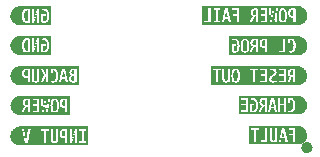
<source format=gbr>
%TF.GenerationSoftware,KiCad,Pcbnew,6.0.10-86aedd382b~118~ubuntu20.04.1*%
%TF.CreationDate,2022-12-20T17:41:17+01:00*%
%TF.ProjectId,DC_UPS,44435f55-5053-42e6-9b69-6361645f7063,rev?*%
%TF.SameCoordinates,Original*%
%TF.FileFunction,Legend,Bot*%
%TF.FilePolarity,Positive*%
%FSLAX46Y46*%
G04 Gerber Fmt 4.6, Leading zero omitted, Abs format (unit mm)*
G04 Created by KiCad (PCBNEW 6.0.10-86aedd382b~118~ubuntu20.04.1) date 2022-12-20 17:41:17*
%MOMM*%
%LPD*%
G01*
G04 APERTURE LIST*
%ADD10C,0.477244*%
G04 APERTURE END LIST*
%TO.C,kibuzzard-63A1A734*%
G36*
X54750488Y-47659700D02*
G01*
X54533000Y-47659700D01*
X54640950Y-47115187D01*
X54642538Y-47115187D01*
X54750488Y-47659700D01*
G37*
G36*
X51777100Y-46726250D02*
G01*
X56749150Y-46726250D01*
X56826951Y-46730072D01*
X56904003Y-46741502D01*
X56979563Y-46760429D01*
X57052905Y-46786671D01*
X57123321Y-46819975D01*
X57190134Y-46860021D01*
X57252700Y-46906423D01*
X57310416Y-46958734D01*
X57362727Y-47016450D01*
X57409129Y-47079016D01*
X57449175Y-47145829D01*
X57482479Y-47216245D01*
X57508721Y-47289587D01*
X57527648Y-47365147D01*
X57539078Y-47442199D01*
X57542900Y-47520000D01*
X57539078Y-47597801D01*
X57527648Y-47674853D01*
X57508721Y-47750413D01*
X57482479Y-47823755D01*
X57449175Y-47894171D01*
X57409129Y-47960984D01*
X57362727Y-48023550D01*
X57310416Y-48081266D01*
X57252700Y-48133577D01*
X57190134Y-48179979D01*
X57123321Y-48220025D01*
X57052905Y-48253329D01*
X56979563Y-48279571D01*
X56904003Y-48298498D01*
X56826951Y-48309928D01*
X56749150Y-48313750D01*
X51777100Y-48313750D01*
X51777100Y-48099437D01*
X51975538Y-48099437D01*
X52531163Y-48099437D01*
X52531163Y-48059750D01*
X52724838Y-48059750D01*
X52809857Y-48090618D01*
X52899815Y-48109139D01*
X52994713Y-48115312D01*
X53087730Y-48105887D01*
X53106118Y-48099437D01*
X53483663Y-48099437D01*
X53666225Y-48099437D01*
X53758300Y-47766063D01*
X53784295Y-47694030D01*
X53814656Y-47649381D01*
X53910700Y-47618425D01*
X53972613Y-47618425D01*
X53972613Y-48099437D01*
X54150413Y-48099437D01*
X54261538Y-48099437D01*
X54445688Y-48099437D01*
X54506013Y-47794638D01*
X54777475Y-47794638D01*
X54837800Y-48099437D01*
X55015600Y-48099437D01*
X55114025Y-48099437D01*
X55293413Y-48099437D01*
X55293413Y-47543812D01*
X55575988Y-47543812D01*
X55575988Y-48099437D01*
X55749025Y-48099437D01*
X55749025Y-47318387D01*
X55939525Y-47318387D01*
X56109388Y-47318387D01*
X56109388Y-47070737D01*
X56145900Y-47064387D01*
X56216235Y-47076602D01*
X56273782Y-47113247D01*
X56318541Y-47174322D01*
X56350511Y-47259826D01*
X56369693Y-47369761D01*
X56376088Y-47504125D01*
X56369032Y-47649161D01*
X56347865Y-47767826D01*
X56312588Y-47860122D01*
X56263199Y-47926047D01*
X56199699Y-47965602D01*
X56122088Y-47978787D01*
X56037950Y-47966484D01*
X55947463Y-47929575D01*
X55947463Y-48075625D01*
X56043109Y-48105391D01*
X56149075Y-48115312D01*
X56243209Y-48105763D01*
X56324791Y-48077113D01*
X56393823Y-48029364D01*
X56450303Y-47962516D01*
X56494232Y-47876567D01*
X56525610Y-47771520D01*
X56544437Y-47647372D01*
X56550713Y-47504125D01*
X56544511Y-47368319D01*
X56525908Y-47250621D01*
X56494902Y-47151030D01*
X56451494Y-47069547D01*
X56395683Y-47006171D01*
X56327470Y-46960902D01*
X56246855Y-46933741D01*
X56153838Y-46924687D01*
X56040728Y-46933419D01*
X55939525Y-46959613D01*
X55939525Y-47318387D01*
X55749025Y-47318387D01*
X55749025Y-46940563D01*
X55575988Y-46940563D01*
X55575988Y-47408875D01*
X55293413Y-47408875D01*
X55293413Y-46940563D01*
X55114025Y-46940563D01*
X55114025Y-48099437D01*
X55015600Y-48099437D01*
X54742550Y-46940563D01*
X54536175Y-46940563D01*
X54261538Y-48099437D01*
X54150413Y-48099437D01*
X54150413Y-46956437D01*
X54061865Y-46938799D01*
X53971907Y-46928215D01*
X53880538Y-46924687D01*
X53765797Y-46933948D01*
X53673457Y-46961729D01*
X53603519Y-47008031D01*
X53554571Y-47074265D01*
X53525202Y-47161842D01*
X53515413Y-47270762D01*
X53526525Y-47374545D01*
X53559863Y-47458881D01*
X53615425Y-47523770D01*
X53693213Y-47569212D01*
X53693213Y-47572387D01*
X53632888Y-47650969D01*
X53582088Y-47775587D01*
X53483663Y-48099437D01*
X53106118Y-48099437D01*
X53168345Y-48077609D01*
X53236558Y-48030480D01*
X53292369Y-47964500D01*
X53335777Y-47879668D01*
X53366783Y-47775984D01*
X53385386Y-47653449D01*
X53391588Y-47512062D01*
X53384890Y-47369882D01*
X53364798Y-47248141D01*
X53331312Y-47146838D01*
X53284431Y-47065975D01*
X53201088Y-46987482D01*
X53093931Y-46940386D01*
X52962963Y-46924687D01*
X52861759Y-46933419D01*
X52764525Y-46959613D01*
X52764525Y-47102487D01*
X52865728Y-47073913D01*
X52962963Y-47064387D01*
X53076072Y-47089589D01*
X53155050Y-47165194D01*
X53189446Y-47248538D01*
X53210083Y-47364160D01*
X53216963Y-47512062D01*
X53210436Y-47663404D01*
X53190857Y-47782996D01*
X53158225Y-47870838D01*
X53086788Y-47951800D01*
X52989950Y-47978787D01*
X52894700Y-47959737D01*
X52894700Y-47543812D01*
X53094725Y-47543812D01*
X53094725Y-47408875D01*
X52724838Y-47408875D01*
X52724838Y-48059750D01*
X52531163Y-48059750D01*
X52531163Y-46940563D01*
X51975538Y-46940563D01*
X51975538Y-47078675D01*
X52353363Y-47078675D01*
X52353363Y-47408875D01*
X51991413Y-47408875D01*
X51991413Y-47543812D01*
X52353363Y-47543812D01*
X52353363Y-47961325D01*
X51975538Y-47961325D01*
X51975538Y-48099437D01*
X51777100Y-48099437D01*
X51777100Y-46726250D01*
G37*
G36*
X53972613Y-47075500D02*
G01*
X53972613Y-47480313D01*
X53910700Y-47480313D01*
X53807513Y-47468406D01*
X53739250Y-47432687D01*
X53701150Y-47368394D01*
X53688450Y-47270762D01*
X53700356Y-47177298D01*
X53736075Y-47112806D01*
X53796003Y-47075302D01*
X53880538Y-47062800D01*
X53972613Y-47075500D01*
G37*
%TO.C,kibuzzard-63A1A50F*%
G36*
X33153730Y-48339928D02*
G01*
X33076678Y-48328498D01*
X33001118Y-48309571D01*
X32927776Y-48283329D01*
X32857360Y-48250025D01*
X32790547Y-48209979D01*
X32727982Y-48163577D01*
X32690314Y-48129437D01*
X33429969Y-48129437D01*
X33612531Y-48129437D01*
X33704606Y-47796063D01*
X33730602Y-47724030D01*
X33760962Y-47679381D01*
X33857006Y-47648425D01*
X33918919Y-47648425D01*
X33918919Y-48129437D01*
X34096719Y-48129437D01*
X34303094Y-48129437D01*
X34858719Y-48129437D01*
X34858719Y-46970563D01*
X34996831Y-46970563D01*
X35100019Y-48129437D01*
X35306394Y-48129437D01*
X35385769Y-47351562D01*
X35390531Y-47351562D01*
X35484194Y-48129437D01*
X35655644Y-48129437D01*
X35707238Y-47550000D01*
X35822331Y-47550000D01*
X35826653Y-47688994D01*
X35839617Y-47807528D01*
X35861225Y-47905600D01*
X35909048Y-48017916D01*
X35974731Y-48091337D01*
X36061250Y-48131819D01*
X36171581Y-48145312D01*
X36281912Y-48131819D01*
X36368431Y-48091337D01*
X36434114Y-48017916D01*
X36481937Y-47905600D01*
X36503545Y-47807528D01*
X36516510Y-47688994D01*
X36520831Y-47550000D01*
X36516510Y-47411006D01*
X36508966Y-47342037D01*
X36628781Y-47342037D01*
X36638747Y-47468156D01*
X36668645Y-47569226D01*
X36718475Y-47645250D01*
X36788942Y-47698167D01*
X36880753Y-47729917D01*
X36993906Y-47740500D01*
X37085981Y-47732563D01*
X37085981Y-48129437D01*
X37263781Y-48129437D01*
X37263781Y-46986437D01*
X37175234Y-46968799D01*
X37085276Y-46958215D01*
X36993906Y-46954687D01*
X36878371Y-46964830D01*
X36785767Y-46995257D01*
X36716094Y-47045969D01*
X36667587Y-47119435D01*
X36638483Y-47218124D01*
X36628781Y-47342037D01*
X36508966Y-47342037D01*
X36503545Y-47292472D01*
X36481937Y-47194400D01*
X36434114Y-47082084D01*
X36368431Y-47008663D01*
X36281912Y-46968181D01*
X36171581Y-46954687D01*
X36061250Y-46968181D01*
X35974731Y-47008663D01*
X35909048Y-47082084D01*
X35861225Y-47194400D01*
X35839617Y-47292472D01*
X35826653Y-47411006D01*
X35822331Y-47550000D01*
X35707238Y-47550000D01*
X35758831Y-46970563D01*
X35588969Y-46970563D01*
X35533406Y-47851625D01*
X35530231Y-47851625D01*
X35442919Y-47161062D01*
X35301631Y-47161062D01*
X35217494Y-47962750D01*
X35214319Y-47962750D01*
X35155581Y-46970563D01*
X34996831Y-46970563D01*
X34858719Y-46970563D01*
X34303094Y-46970563D01*
X34303094Y-47108675D01*
X34680919Y-47108675D01*
X34680919Y-47438875D01*
X34318969Y-47438875D01*
X34318969Y-47573812D01*
X34680919Y-47573812D01*
X34680919Y-47991325D01*
X34303094Y-47991325D01*
X34303094Y-48129437D01*
X34096719Y-48129437D01*
X34096719Y-46986437D01*
X34008171Y-46968799D01*
X33918213Y-46958215D01*
X33826844Y-46954687D01*
X33712103Y-46963948D01*
X33619763Y-46991729D01*
X33549825Y-47038031D01*
X33500877Y-47104265D01*
X33471508Y-47191842D01*
X33461719Y-47300762D01*
X33472831Y-47404545D01*
X33506169Y-47488881D01*
X33561731Y-47553770D01*
X33639519Y-47599212D01*
X33639519Y-47602387D01*
X33579194Y-47680969D01*
X33528394Y-47805587D01*
X33429969Y-48129437D01*
X32690314Y-48129437D01*
X32670265Y-48111266D01*
X32617954Y-48053550D01*
X32571552Y-47990984D01*
X32531506Y-47924171D01*
X32498202Y-47853755D01*
X32471960Y-47780413D01*
X32453033Y-47704853D01*
X32441603Y-47627801D01*
X32437781Y-47550000D01*
X32441603Y-47472199D01*
X32453033Y-47395147D01*
X32471960Y-47319587D01*
X32498202Y-47246245D01*
X32531506Y-47175829D01*
X32571552Y-47109016D01*
X32617954Y-47046450D01*
X32670265Y-46988734D01*
X32727982Y-46936423D01*
X32790547Y-46890021D01*
X32857360Y-46849975D01*
X32927776Y-46816671D01*
X33001118Y-46790429D01*
X33076678Y-46771502D01*
X33153730Y-46760072D01*
X33231531Y-46756250D01*
X37462219Y-46756250D01*
X37462219Y-48343750D01*
X33231531Y-48343750D01*
X33153730Y-48339928D01*
G37*
G36*
X33918919Y-47105500D02*
G01*
X33918919Y-47510313D01*
X33857006Y-47510313D01*
X33753819Y-47498406D01*
X33685556Y-47462687D01*
X33647456Y-47398394D01*
X33634756Y-47300762D01*
X33646662Y-47207298D01*
X33682381Y-47142806D01*
X33742309Y-47105302D01*
X33826844Y-47092800D01*
X33918919Y-47105500D01*
G37*
G36*
X37085981Y-47105500D02*
G01*
X37085981Y-47592862D01*
X36993906Y-47603975D01*
X36908380Y-47589092D01*
X36848650Y-47544444D01*
X36813527Y-47464077D01*
X36801819Y-47342037D01*
X36813527Y-47228531D01*
X36848650Y-47151537D01*
X36908380Y-47107484D01*
X36993906Y-47092800D01*
X37085981Y-47105500D01*
G37*
G36*
X36253734Y-47117208D02*
G01*
X36309694Y-47190431D01*
X36333506Y-47273775D01*
X36347794Y-47393631D01*
X36352556Y-47550000D01*
X36347794Y-47706369D01*
X36333506Y-47826225D01*
X36309694Y-47909569D01*
X36253734Y-47982792D01*
X36171581Y-48007200D01*
X36089428Y-47982792D01*
X36033469Y-47909569D01*
X36009656Y-47826225D01*
X35995369Y-47706369D01*
X35990606Y-47550000D01*
X35995369Y-47393631D01*
X36009656Y-47273775D01*
X36033469Y-47190431D01*
X36089428Y-47117208D01*
X36171581Y-47092800D01*
X36253734Y-47117208D01*
G37*
%TO.C,kibuzzard-63A1A568*%
G36*
X33915206Y-39507087D02*
G01*
X33915206Y-40394500D01*
X33843769Y-40408787D01*
X33732842Y-40383388D01*
X33657238Y-40307188D01*
X33625047Y-40220581D01*
X33605732Y-40096226D01*
X33599294Y-39934125D01*
X33605820Y-39787369D01*
X33625399Y-39673069D01*
X33658031Y-39591225D01*
X33733834Y-39517406D01*
X33843769Y-39492800D01*
X33915206Y-39507087D01*
G37*
G36*
X33150018Y-40739928D02*
G01*
X33072966Y-40728498D01*
X32997405Y-40709571D01*
X32924064Y-40683329D01*
X32853648Y-40650025D01*
X32786835Y-40609979D01*
X32724269Y-40563577D01*
X32666553Y-40511266D01*
X32614242Y-40453550D01*
X32567840Y-40390984D01*
X32527794Y-40324171D01*
X32494489Y-40253755D01*
X32468247Y-40180413D01*
X32449320Y-40104853D01*
X32437891Y-40027801D01*
X32434069Y-39950000D01*
X32434849Y-39934125D01*
X33426256Y-39934125D01*
X33431460Y-40077882D01*
X33447070Y-40200119D01*
X33473087Y-40300838D01*
X33530436Y-40415733D01*
X33608819Y-40490544D01*
X33712006Y-40531620D01*
X33843769Y-40545312D01*
X33973547Y-40537375D01*
X34013370Y-40529437D01*
X34270806Y-40529437D01*
X34448606Y-40529437D01*
X34696256Y-39688062D01*
X34699431Y-39688062D01*
X34699431Y-40529437D01*
X34874056Y-40529437D01*
X34874056Y-40489750D01*
X35040744Y-40489750D01*
X35125763Y-40520618D01*
X35215722Y-40539139D01*
X35310619Y-40545312D01*
X35403636Y-40535887D01*
X35484252Y-40507609D01*
X35552464Y-40460480D01*
X35608275Y-40394500D01*
X35651683Y-40309668D01*
X35682689Y-40205984D01*
X35701293Y-40083449D01*
X35707494Y-39942062D01*
X35700796Y-39799882D01*
X35680705Y-39678141D01*
X35647218Y-39576838D01*
X35600338Y-39495975D01*
X35516994Y-39417482D01*
X35409838Y-39370386D01*
X35278869Y-39354687D01*
X35177666Y-39363419D01*
X35080431Y-39389613D01*
X35080431Y-39532487D01*
X35181634Y-39503913D01*
X35278869Y-39494387D01*
X35391978Y-39519589D01*
X35470956Y-39595194D01*
X35505352Y-39678538D01*
X35525990Y-39794160D01*
X35532869Y-39942062D01*
X35526342Y-40093404D01*
X35506763Y-40212996D01*
X35474131Y-40300838D01*
X35402694Y-40381800D01*
X35305856Y-40408787D01*
X35210606Y-40389737D01*
X35210606Y-39973812D01*
X35410631Y-39973812D01*
X35410631Y-39838875D01*
X35040744Y-39838875D01*
X35040744Y-40489750D01*
X34874056Y-40489750D01*
X34874056Y-39370563D01*
X34689906Y-39370563D01*
X34442256Y-40211937D01*
X34437494Y-40211937D01*
X34437494Y-39370563D01*
X34270806Y-39370563D01*
X34270806Y-40529437D01*
X34013370Y-40529437D01*
X34093006Y-40513563D01*
X34093006Y-39386437D01*
X33968784Y-39362625D01*
X33843769Y-39354687D01*
X33709449Y-39369063D01*
X33602822Y-39412190D01*
X33523887Y-39484069D01*
X33481174Y-39560715D01*
X33450664Y-39661273D01*
X33432358Y-39785743D01*
X33426256Y-39934125D01*
X32434849Y-39934125D01*
X32437891Y-39872199D01*
X32449320Y-39795147D01*
X32468247Y-39719587D01*
X32494489Y-39646245D01*
X32527794Y-39575829D01*
X32567840Y-39509016D01*
X32614242Y-39446450D01*
X32666553Y-39388734D01*
X32724269Y-39336423D01*
X32786835Y-39290021D01*
X32853648Y-39249975D01*
X32924064Y-39216671D01*
X32997405Y-39190429D01*
X33072966Y-39171502D01*
X33150018Y-39160072D01*
X33227819Y-39156250D01*
X35905931Y-39156250D01*
X35905931Y-40743750D01*
X33227819Y-40743750D01*
X33150018Y-40739928D01*
G37*
%TO.C,kibuzzard-63A1A543*%
G36*
X33148761Y-45809928D02*
G01*
X33071710Y-45798498D01*
X32996149Y-45779571D01*
X32922808Y-45753329D01*
X32852391Y-45720025D01*
X32785579Y-45679979D01*
X32723013Y-45633577D01*
X32665296Y-45581266D01*
X32612985Y-45523550D01*
X32566583Y-45460984D01*
X32526537Y-45394171D01*
X32493233Y-45323755D01*
X32466991Y-45250413D01*
X32448064Y-45174853D01*
X32436635Y-45097801D01*
X32432812Y-45020000D01*
X32436635Y-44942199D01*
X32448064Y-44865147D01*
X32461368Y-44812037D01*
X33425000Y-44812037D01*
X33434966Y-44938156D01*
X33464864Y-45039226D01*
X33514694Y-45115250D01*
X33585161Y-45168167D01*
X33676972Y-45199917D01*
X33790125Y-45210500D01*
X33882200Y-45202563D01*
X33882200Y-45599437D01*
X34060000Y-45599437D01*
X34060000Y-45297812D01*
X34237800Y-45297812D01*
X34246002Y-45401176D01*
X34270608Y-45482668D01*
X34311619Y-45542287D01*
X34371503Y-45582857D01*
X34452730Y-45607199D01*
X34555300Y-45615312D01*
X34657870Y-45607199D01*
X34683771Y-45599437D01*
X34996625Y-45599437D01*
X35188712Y-45599437D01*
X35466525Y-45043812D01*
X35469700Y-45043812D01*
X35469700Y-45599437D01*
X35647500Y-45599437D01*
X35647500Y-44818387D01*
X35857050Y-44818387D01*
X36026912Y-44818387D01*
X36026912Y-44570737D01*
X36063425Y-44564387D01*
X36133760Y-44576602D01*
X36191307Y-44613247D01*
X36236066Y-44674322D01*
X36268036Y-44759826D01*
X36287218Y-44869761D01*
X36293612Y-45004125D01*
X36286557Y-45149161D01*
X36265390Y-45267826D01*
X36230112Y-45360122D01*
X36180724Y-45426047D01*
X36117224Y-45465602D01*
X36039612Y-45478787D01*
X35955475Y-45466484D01*
X35864987Y-45429575D01*
X35864987Y-45575625D01*
X35960634Y-45605391D01*
X36066600Y-45615312D01*
X36160734Y-45605763D01*
X36178748Y-45599437D01*
X36560312Y-45599437D01*
X36744462Y-45599437D01*
X36804787Y-45294638D01*
X37076250Y-45294638D01*
X37136575Y-45599437D01*
X37314375Y-45599437D01*
X37235827Y-45266063D01*
X37393750Y-45266063D01*
X37403981Y-45372778D01*
X37434672Y-45460090D01*
X37485825Y-45528000D01*
X37557439Y-45576507D01*
X37649514Y-45605611D01*
X37762050Y-45615312D01*
X37852361Y-45611785D01*
X37941261Y-45601201D01*
X38028750Y-45583563D01*
X38028750Y-44456437D01*
X37902544Y-44432625D01*
X37771575Y-44424687D01*
X37646988Y-44436244D01*
X37550087Y-44470915D01*
X37480872Y-44528700D01*
X37439343Y-44609599D01*
X37425500Y-44713612D01*
X37438002Y-44803306D01*
X37475506Y-44878712D01*
X37533648Y-44935069D01*
X37608063Y-44967613D01*
X37608063Y-44969200D01*
X37523727Y-45002934D01*
X37454869Y-45069212D01*
X37409030Y-45159700D01*
X37393750Y-45266063D01*
X37235827Y-45266063D01*
X37041325Y-44440563D01*
X36834950Y-44440563D01*
X36560312Y-45599437D01*
X36178748Y-45599437D01*
X36242316Y-45577113D01*
X36311348Y-45529364D01*
X36367828Y-45462516D01*
X36411757Y-45376567D01*
X36443135Y-45271520D01*
X36461962Y-45147372D01*
X36468238Y-45004125D01*
X36462036Y-44868319D01*
X36443433Y-44750621D01*
X36412427Y-44651030D01*
X36369019Y-44569547D01*
X36313208Y-44506171D01*
X36244995Y-44460902D01*
X36164380Y-44433741D01*
X36071362Y-44424687D01*
X35958253Y-44433419D01*
X35857050Y-44459613D01*
X35857050Y-44818387D01*
X35647500Y-44818387D01*
X35647500Y-44440563D01*
X35469700Y-44440563D01*
X35469700Y-44948562D01*
X35466525Y-44948562D01*
X35195062Y-44440563D01*
X35004562Y-44440563D01*
X35307775Y-44993012D01*
X34996625Y-45599437D01*
X34683771Y-45599437D01*
X34739097Y-45582857D01*
X34798981Y-45542287D01*
X34839992Y-45482668D01*
X34864598Y-45401176D01*
X34872800Y-45297812D01*
X34872800Y-44440563D01*
X34693412Y-44440563D01*
X34693412Y-45266063D01*
X34685475Y-45368853D01*
X34661662Y-45432750D01*
X34618403Y-45466088D01*
X34552125Y-45477200D01*
X34442587Y-45433544D01*
X34418775Y-45369845D01*
X34410837Y-45266063D01*
X34410837Y-44440563D01*
X34237800Y-44440563D01*
X34237800Y-45297812D01*
X34060000Y-45297812D01*
X34060000Y-44456437D01*
X33971453Y-44438799D01*
X33881494Y-44428215D01*
X33790125Y-44424687D01*
X33674590Y-44434830D01*
X33581986Y-44465257D01*
X33512312Y-44515969D01*
X33463806Y-44589435D01*
X33434701Y-44688124D01*
X33425000Y-44812037D01*
X32461368Y-44812037D01*
X32466991Y-44789587D01*
X32493233Y-44716245D01*
X32526537Y-44645829D01*
X32566583Y-44579016D01*
X32612985Y-44516450D01*
X32665296Y-44458734D01*
X32723013Y-44406423D01*
X32785579Y-44360021D01*
X32852391Y-44319975D01*
X32922808Y-44286671D01*
X32996149Y-44260429D01*
X33071710Y-44241502D01*
X33148761Y-44230072D01*
X33226563Y-44226250D01*
X38227188Y-44226250D01*
X38227188Y-45813750D01*
X33226563Y-45813750D01*
X33148761Y-45809928D01*
G37*
G36*
X33882200Y-44575500D02*
G01*
X33882200Y-45062862D01*
X33790125Y-45073975D01*
X33704598Y-45059092D01*
X33644869Y-45014444D01*
X33609745Y-44934077D01*
X33598038Y-44812037D01*
X33609745Y-44698531D01*
X33644869Y-44621537D01*
X33704598Y-44577484D01*
X33790125Y-44562800D01*
X33882200Y-44575500D01*
G37*
G36*
X37850950Y-44573913D02*
G01*
X37850950Y-44908875D01*
X37804913Y-44908875D01*
X37711250Y-44897961D01*
X37646163Y-44865219D01*
X37608063Y-44808267D01*
X37595362Y-44724725D01*
X37614942Y-44633885D01*
X37673679Y-44579381D01*
X37771575Y-44561212D01*
X37850950Y-44573913D01*
G37*
G36*
X37850950Y-45466088D02*
G01*
X37762050Y-45478787D01*
X37676127Y-45465889D01*
X37615206Y-45427194D01*
X37578892Y-45360320D01*
X37566787Y-45262887D01*
X37579884Y-45164066D01*
X37619175Y-45096200D01*
X37686644Y-45056909D01*
X37784275Y-45043812D01*
X37850950Y-45043812D01*
X37850950Y-45466088D01*
G37*
G36*
X37049263Y-45159700D02*
G01*
X36831775Y-45159700D01*
X36939725Y-44615187D01*
X36941312Y-44615187D01*
X37049263Y-45159700D01*
G37*
%TO.C,kibuzzard-63A1A4C9*%
G36*
X37076519Y-49675500D02*
G01*
X37076519Y-50162862D01*
X36984444Y-50173975D01*
X36898917Y-50159092D01*
X36839188Y-50114444D01*
X36804064Y-50034077D01*
X36792356Y-49912037D01*
X36804064Y-49798531D01*
X36839188Y-49721537D01*
X36898917Y-49677484D01*
X36984444Y-49662800D01*
X37076519Y-49675500D01*
G37*
G36*
X33144268Y-50909928D02*
G01*
X33067216Y-50898498D01*
X32991655Y-50879571D01*
X32918314Y-50853329D01*
X32847898Y-50820025D01*
X32781085Y-50779979D01*
X32718519Y-50733577D01*
X32660803Y-50681266D01*
X32608492Y-50623550D01*
X32562090Y-50560984D01*
X32522044Y-50494171D01*
X32488739Y-50423755D01*
X32462497Y-50350413D01*
X32443570Y-50274853D01*
X32432141Y-50197801D01*
X32428319Y-50120000D01*
X32432141Y-50042199D01*
X32443570Y-49965147D01*
X32462497Y-49889587D01*
X32488739Y-49816245D01*
X32522044Y-49745829D01*
X32562090Y-49679016D01*
X32608492Y-49616450D01*
X32660803Y-49558734D01*
X32680852Y-49540563D01*
X33420506Y-49540563D01*
X33679269Y-50699437D01*
X33885644Y-50699437D01*
X34112169Y-49678675D01*
X35042931Y-49678675D01*
X35279469Y-49678675D01*
X35279469Y-50699437D01*
X35457269Y-50699437D01*
X35457269Y-50397812D01*
X35844619Y-50397812D01*
X35852821Y-50501176D01*
X35877427Y-50582668D01*
X35918438Y-50642287D01*
X35978322Y-50682857D01*
X36059549Y-50707199D01*
X36162119Y-50715312D01*
X36264689Y-50707199D01*
X36345916Y-50682857D01*
X36405800Y-50642287D01*
X36446810Y-50582668D01*
X36471417Y-50501176D01*
X36479619Y-50397812D01*
X36479619Y-49912037D01*
X36619319Y-49912037D01*
X36629285Y-50038156D01*
X36659183Y-50139226D01*
X36709012Y-50215250D01*
X36779480Y-50268167D01*
X36871290Y-50299917D01*
X36984444Y-50310500D01*
X37076519Y-50302563D01*
X37076519Y-50699437D01*
X37254319Y-50699437D01*
X37447994Y-50699437D01*
X37625794Y-50699437D01*
X37873444Y-49858062D01*
X37876619Y-49858062D01*
X37876619Y-50699437D01*
X38051244Y-50699437D01*
X38273494Y-50699437D01*
X38813244Y-50699437D01*
X38813244Y-50561325D01*
X38635444Y-50561325D01*
X38635444Y-49678675D01*
X38813244Y-49678675D01*
X38813244Y-49540563D01*
X38273494Y-49540563D01*
X38273494Y-49678675D01*
X38451294Y-49678675D01*
X38451294Y-50561325D01*
X38273494Y-50561325D01*
X38273494Y-50699437D01*
X38051244Y-50699437D01*
X38051244Y-49540563D01*
X37867094Y-49540563D01*
X37619444Y-50381937D01*
X37614681Y-50381937D01*
X37614681Y-49540563D01*
X37447994Y-49540563D01*
X37447994Y-50699437D01*
X37254319Y-50699437D01*
X37254319Y-49556437D01*
X37165772Y-49538799D01*
X37075813Y-49528215D01*
X36984444Y-49524687D01*
X36868909Y-49534830D01*
X36776305Y-49565257D01*
X36706631Y-49615969D01*
X36658124Y-49689435D01*
X36629020Y-49788124D01*
X36619319Y-49912037D01*
X36479619Y-49912037D01*
X36479619Y-49540563D01*
X36300231Y-49540563D01*
X36300231Y-50366063D01*
X36292294Y-50468853D01*
X36268481Y-50532750D01*
X36225222Y-50566088D01*
X36158944Y-50577200D01*
X36049406Y-50533544D01*
X36025594Y-50469845D01*
X36017656Y-50366063D01*
X36017656Y-49540563D01*
X35844619Y-49540563D01*
X35844619Y-50397812D01*
X35457269Y-50397812D01*
X35457269Y-49678675D01*
X35693806Y-49678675D01*
X35693806Y-49540563D01*
X35042931Y-49540563D01*
X35042931Y-49678675D01*
X34112169Y-49678675D01*
X34142819Y-49540563D01*
X33960256Y-49540563D01*
X33779281Y-50540688D01*
X33777694Y-50540688D01*
X33596719Y-49540563D01*
X33420506Y-49540563D01*
X32680852Y-49540563D01*
X32718519Y-49506423D01*
X32781085Y-49460021D01*
X32847898Y-49419975D01*
X32918314Y-49386671D01*
X32991655Y-49360429D01*
X33067216Y-49341502D01*
X33144268Y-49330072D01*
X33222069Y-49326250D01*
X39011681Y-49326250D01*
X39011681Y-50913750D01*
X33222069Y-50913750D01*
X33144268Y-50909928D01*
G37*
%TO.C,J3*%
D10*
X57773622Y-51120000D02*
G75*
G03*
X57773622Y-51120000I-238622J0D01*
G01*
%TO.C,kibuzzard-63A1A72A*%
G36*
X51577303Y-44587208D02*
G01*
X51633262Y-44660431D01*
X51657075Y-44743775D01*
X51671363Y-44863631D01*
X51676125Y-45020000D01*
X51671363Y-45176369D01*
X51657075Y-45296225D01*
X51633262Y-45379569D01*
X51577303Y-45452792D01*
X51495150Y-45477200D01*
X51412997Y-45452792D01*
X51357038Y-45379569D01*
X51333225Y-45296225D01*
X51318938Y-45176369D01*
X51314175Y-45020000D01*
X51318938Y-44863631D01*
X51333225Y-44743775D01*
X51357038Y-44660431D01*
X51412997Y-44587208D01*
X51495150Y-44562800D01*
X51577303Y-44587208D01*
G37*
G36*
X49383775Y-44226250D02*
G01*
X56762475Y-44226250D01*
X56840276Y-44230072D01*
X56917328Y-44241502D01*
X56992888Y-44260429D01*
X57066230Y-44286671D01*
X57136646Y-44319975D01*
X57203459Y-44360021D01*
X57266025Y-44406423D01*
X57323741Y-44458734D01*
X57376052Y-44516450D01*
X57422454Y-44579016D01*
X57462500Y-44645829D01*
X57495804Y-44716245D01*
X57522046Y-44789587D01*
X57540973Y-44865147D01*
X57552403Y-44942199D01*
X57556225Y-45020000D01*
X57552403Y-45097801D01*
X57540973Y-45174853D01*
X57522046Y-45250413D01*
X57495804Y-45323755D01*
X57462500Y-45394171D01*
X57422454Y-45460984D01*
X57376052Y-45523550D01*
X57323741Y-45581266D01*
X57266025Y-45633577D01*
X57203459Y-45679979D01*
X57136646Y-45720025D01*
X57066230Y-45753329D01*
X56992888Y-45779571D01*
X56917328Y-45798498D01*
X56840276Y-45809928D01*
X56762475Y-45813750D01*
X49383775Y-45813750D01*
X49383775Y-44578675D01*
X49582212Y-44578675D01*
X49818750Y-44578675D01*
X49818750Y-45599437D01*
X49996550Y-45599437D01*
X49996550Y-45297812D01*
X50383900Y-45297812D01*
X50392102Y-45401176D01*
X50416708Y-45482668D01*
X50457719Y-45542287D01*
X50517603Y-45582857D01*
X50598830Y-45607199D01*
X50701400Y-45615312D01*
X50803970Y-45607199D01*
X50885197Y-45582857D01*
X50945081Y-45542287D01*
X50986092Y-45482668D01*
X51010698Y-45401176D01*
X51018900Y-45297812D01*
X51018900Y-45020000D01*
X51145900Y-45020000D01*
X51150222Y-45158994D01*
X51163186Y-45277528D01*
X51184794Y-45375600D01*
X51232617Y-45487916D01*
X51298300Y-45561337D01*
X51384819Y-45601819D01*
X51495150Y-45615312D01*
X51605481Y-45601819D01*
X51692000Y-45561337D01*
X51757683Y-45487916D01*
X51805506Y-45375600D01*
X51827114Y-45277528D01*
X51840078Y-45158994D01*
X51844400Y-45020000D01*
X51840078Y-44881006D01*
X51827114Y-44762472D01*
X51805506Y-44664400D01*
X51769005Y-44578675D01*
X52757213Y-44578675D01*
X52993750Y-44578675D01*
X52993750Y-45599437D01*
X53171550Y-45599437D01*
X53595413Y-45599437D01*
X54151038Y-45599437D01*
X54151038Y-45297812D01*
X54352650Y-45297812D01*
X54366303Y-45412112D01*
X54407260Y-45501013D01*
X54475523Y-45564512D01*
X54571090Y-45602612D01*
X54693963Y-45615312D01*
X54792388Y-45606846D01*
X54818628Y-45599437D01*
X55182913Y-45599437D01*
X55738538Y-45599437D01*
X55897288Y-45599437D01*
X56079850Y-45599437D01*
X56171925Y-45266063D01*
X56197920Y-45194030D01*
X56228281Y-45149381D01*
X56324325Y-45118425D01*
X56386238Y-45118425D01*
X56386238Y-45599437D01*
X56564038Y-45599437D01*
X56564038Y-44456437D01*
X56475490Y-44438799D01*
X56385532Y-44428215D01*
X56294163Y-44424687D01*
X56179422Y-44433948D01*
X56087082Y-44461729D01*
X56017144Y-44508031D01*
X55968196Y-44574265D01*
X55938827Y-44661842D01*
X55929038Y-44770762D01*
X55940150Y-44874545D01*
X55973488Y-44958881D01*
X56029050Y-45023770D01*
X56106838Y-45069212D01*
X56106838Y-45072387D01*
X56046513Y-45150969D01*
X55995713Y-45275587D01*
X55897288Y-45599437D01*
X55738538Y-45599437D01*
X55738538Y-44440563D01*
X55182913Y-44440563D01*
X55182913Y-44578675D01*
X55560738Y-44578675D01*
X55560738Y-44908875D01*
X55198788Y-44908875D01*
X55198788Y-45043812D01*
X55560738Y-45043812D01*
X55560738Y-45461325D01*
X55182913Y-45461325D01*
X55182913Y-45599437D01*
X54818628Y-45599437D01*
X54882346Y-45581446D01*
X54963838Y-45539113D01*
X54963838Y-45374012D01*
X54880053Y-45431339D01*
X54791682Y-45465735D01*
X54698725Y-45477200D01*
X54628081Y-45466286D01*
X54574900Y-45433544D01*
X54541563Y-45379767D01*
X54530450Y-45305750D01*
X54538983Y-45235106D01*
X54564581Y-45178750D01*
X54610023Y-45132316D01*
X54678088Y-45091438D01*
X54775366Y-45040638D01*
X54851301Y-44987721D01*
X54905894Y-44932687D01*
X54955305Y-44839025D01*
X54971775Y-44726312D01*
X54950939Y-44599312D01*
X54888431Y-44504063D01*
X54825019Y-44459965D01*
X54745909Y-44433507D01*
X54651100Y-44424687D01*
X54558672Y-44429979D01*
X54469772Y-44445854D01*
X54384400Y-44472312D01*
X54384400Y-44631062D01*
X54507034Y-44579866D01*
X54630463Y-44562800D01*
X54699916Y-44573119D01*
X54752700Y-44604075D01*
X54786038Y-44653287D01*
X54797150Y-44718375D01*
X54783039Y-44798985D01*
X54740706Y-44863014D01*
X54670150Y-44910462D01*
X54562024Y-44964967D01*
X54478944Y-45020529D01*
X54420913Y-45077150D01*
X54369716Y-45175178D01*
X54352650Y-45297812D01*
X54151038Y-45297812D01*
X54151038Y-44440563D01*
X53595413Y-44440563D01*
X53595413Y-44578675D01*
X53973238Y-44578675D01*
X53973238Y-44908875D01*
X53611288Y-44908875D01*
X53611288Y-45043812D01*
X53973238Y-45043812D01*
X53973238Y-45461325D01*
X53595413Y-45461325D01*
X53595413Y-45599437D01*
X53171550Y-45599437D01*
X53171550Y-44578675D01*
X53408088Y-44578675D01*
X53408088Y-44440563D01*
X52757213Y-44440563D01*
X52757213Y-44578675D01*
X51769005Y-44578675D01*
X51757683Y-44552084D01*
X51692000Y-44478663D01*
X51605481Y-44438181D01*
X51495150Y-44424687D01*
X51384819Y-44438181D01*
X51298300Y-44478663D01*
X51232617Y-44552084D01*
X51184794Y-44664400D01*
X51163186Y-44762472D01*
X51150222Y-44881006D01*
X51145900Y-45020000D01*
X51018900Y-45020000D01*
X51018900Y-44440563D01*
X50839512Y-44440563D01*
X50839512Y-45266063D01*
X50831575Y-45368853D01*
X50807763Y-45432750D01*
X50764503Y-45466088D01*
X50698225Y-45477200D01*
X50588688Y-45433544D01*
X50564875Y-45369845D01*
X50556938Y-45266063D01*
X50556938Y-44440563D01*
X50383900Y-44440563D01*
X50383900Y-45297812D01*
X49996550Y-45297812D01*
X49996550Y-44578675D01*
X50233088Y-44578675D01*
X50233088Y-44440563D01*
X49582212Y-44440563D01*
X49582212Y-44578675D01*
X49383775Y-44578675D01*
X49383775Y-44226250D01*
G37*
G36*
X56386238Y-44575500D02*
G01*
X56386238Y-44980313D01*
X56324325Y-44980313D01*
X56221138Y-44968406D01*
X56152875Y-44932687D01*
X56114775Y-44868394D01*
X56102075Y-44770762D01*
X56113981Y-44677298D01*
X56149700Y-44612806D01*
X56209628Y-44575302D01*
X56294163Y-44562800D01*
X56386238Y-44575500D01*
G37*
%TO.C,kibuzzard-63A1A785*%
G36*
X52609056Y-49284188D02*
G01*
X56765131Y-49284188D01*
X56842154Y-49287971D01*
X56918436Y-49299287D01*
X56993241Y-49318024D01*
X57065849Y-49344004D01*
X57135561Y-49376975D01*
X57201705Y-49416621D01*
X57263645Y-49462559D01*
X57320785Y-49514347D01*
X57372573Y-49571486D01*
X57418510Y-49633426D01*
X57458156Y-49699571D01*
X57491127Y-49769283D01*
X57517107Y-49841891D01*
X57535845Y-49916696D01*
X57547160Y-49992977D01*
X57550944Y-50070000D01*
X57547160Y-50147023D01*
X57535845Y-50223304D01*
X57517107Y-50298109D01*
X57491127Y-50370717D01*
X57458156Y-50440429D01*
X57418510Y-50506574D01*
X57372573Y-50568514D01*
X57320785Y-50625653D01*
X57263645Y-50677441D01*
X57201705Y-50723379D01*
X57135561Y-50763025D01*
X57065849Y-50795996D01*
X56993241Y-50821976D01*
X56918436Y-50840713D01*
X56842154Y-50852029D01*
X56765131Y-50855812D01*
X52609056Y-50855812D01*
X52609056Y-49620737D01*
X52807494Y-49620737D01*
X53044031Y-49620737D01*
X53044031Y-50641500D01*
X53221831Y-50641500D01*
X53625056Y-50641500D01*
X54172744Y-50641500D01*
X54172744Y-50339875D01*
X54402931Y-50339875D01*
X54411133Y-50443239D01*
X54435740Y-50524731D01*
X54476750Y-50584350D01*
X54536634Y-50624919D01*
X54617861Y-50649261D01*
X54720431Y-50657375D01*
X54823001Y-50649261D01*
X54848899Y-50641500D01*
X55137944Y-50641500D01*
X55322094Y-50641500D01*
X55382419Y-50336700D01*
X55653881Y-50336700D01*
X55714206Y-50641500D01*
X55892006Y-50641500D01*
X55651497Y-49620737D01*
X56026944Y-49620737D01*
X56388894Y-49620737D01*
X56388894Y-49950938D01*
X56042819Y-49950938D01*
X56042819Y-50085875D01*
X56388894Y-50085875D01*
X56388894Y-50641500D01*
X56566694Y-50641500D01*
X56566694Y-49482625D01*
X56026944Y-49482625D01*
X56026944Y-49620737D01*
X55651497Y-49620737D01*
X55618956Y-49482625D01*
X55412581Y-49482625D01*
X55137944Y-50641500D01*
X54848899Y-50641500D01*
X54904228Y-50624919D01*
X54964113Y-50584350D01*
X55005123Y-50524731D01*
X55029729Y-50443239D01*
X55037931Y-50339875D01*
X55037931Y-49482625D01*
X54858544Y-49482625D01*
X54858544Y-50308125D01*
X54850606Y-50410916D01*
X54826794Y-50474813D01*
X54783534Y-50508150D01*
X54717256Y-50519263D01*
X54607719Y-50475606D01*
X54583906Y-50411908D01*
X54575969Y-50308125D01*
X54575969Y-49482625D01*
X54402931Y-49482625D01*
X54402931Y-50339875D01*
X54172744Y-50339875D01*
X54172744Y-49482625D01*
X53994944Y-49482625D01*
X53994944Y-50503388D01*
X53625056Y-50503388D01*
X53625056Y-50641500D01*
X53221831Y-50641500D01*
X53221831Y-49620737D01*
X53458369Y-49620737D01*
X53458369Y-49482625D01*
X52807494Y-49482625D01*
X52807494Y-49620737D01*
X52609056Y-49620737D01*
X52609056Y-49284188D01*
G37*
G36*
X55626894Y-50201763D02*
G01*
X55409406Y-50201763D01*
X55517356Y-49657250D01*
X55518944Y-49657250D01*
X55626894Y-50201763D01*
G37*
%TO.C,kibuzzard-63A1A568*%
G36*
X33915206Y-42017087D02*
G01*
X33915206Y-42904500D01*
X33843769Y-42918787D01*
X33732842Y-42893388D01*
X33657238Y-42817188D01*
X33625047Y-42730581D01*
X33605732Y-42606226D01*
X33599294Y-42444125D01*
X33605820Y-42297369D01*
X33625399Y-42183069D01*
X33658031Y-42101225D01*
X33733834Y-42027406D01*
X33843769Y-42002800D01*
X33915206Y-42017087D01*
G37*
G36*
X33150018Y-43249928D02*
G01*
X33072966Y-43238498D01*
X32997405Y-43219571D01*
X32924064Y-43193329D01*
X32853648Y-43160025D01*
X32786835Y-43119979D01*
X32724269Y-43073577D01*
X32666553Y-43021266D01*
X32614242Y-42963550D01*
X32567840Y-42900984D01*
X32527794Y-42834171D01*
X32494489Y-42763755D01*
X32468247Y-42690413D01*
X32449320Y-42614853D01*
X32437891Y-42537801D01*
X32434069Y-42460000D01*
X32434849Y-42444125D01*
X33426256Y-42444125D01*
X33431460Y-42587882D01*
X33447070Y-42710119D01*
X33473087Y-42810838D01*
X33530436Y-42925733D01*
X33608819Y-43000544D01*
X33712006Y-43041620D01*
X33843769Y-43055312D01*
X33973547Y-43047375D01*
X34013370Y-43039437D01*
X34270806Y-43039437D01*
X34448606Y-43039437D01*
X34696256Y-42198062D01*
X34699431Y-42198062D01*
X34699431Y-43039437D01*
X34874056Y-43039437D01*
X34874056Y-42999750D01*
X35040744Y-42999750D01*
X35125763Y-43030618D01*
X35215722Y-43049139D01*
X35310619Y-43055312D01*
X35403636Y-43045887D01*
X35484252Y-43017609D01*
X35552464Y-42970480D01*
X35608275Y-42904500D01*
X35651683Y-42819668D01*
X35682689Y-42715984D01*
X35701293Y-42593449D01*
X35707494Y-42452062D01*
X35700796Y-42309882D01*
X35680705Y-42188141D01*
X35647218Y-42086838D01*
X35600338Y-42005975D01*
X35516994Y-41927482D01*
X35409838Y-41880386D01*
X35278869Y-41864687D01*
X35177666Y-41873419D01*
X35080431Y-41899613D01*
X35080431Y-42042487D01*
X35181634Y-42013913D01*
X35278869Y-42004387D01*
X35391978Y-42029589D01*
X35470956Y-42105194D01*
X35505352Y-42188538D01*
X35525990Y-42304160D01*
X35532869Y-42452062D01*
X35526342Y-42603404D01*
X35506763Y-42722996D01*
X35474131Y-42810838D01*
X35402694Y-42891800D01*
X35305856Y-42918787D01*
X35210606Y-42899737D01*
X35210606Y-42483812D01*
X35410631Y-42483812D01*
X35410631Y-42348875D01*
X35040744Y-42348875D01*
X35040744Y-42999750D01*
X34874056Y-42999750D01*
X34874056Y-41880563D01*
X34689906Y-41880563D01*
X34442256Y-42721937D01*
X34437494Y-42721937D01*
X34437494Y-41880563D01*
X34270806Y-41880563D01*
X34270806Y-43039437D01*
X34013370Y-43039437D01*
X34093006Y-43023563D01*
X34093006Y-41896437D01*
X33968784Y-41872625D01*
X33843769Y-41864687D01*
X33709449Y-41879063D01*
X33602822Y-41922190D01*
X33523887Y-41994069D01*
X33481174Y-42070715D01*
X33450664Y-42171273D01*
X33432358Y-42295743D01*
X33426256Y-42444125D01*
X32434849Y-42444125D01*
X32437891Y-42382199D01*
X32449320Y-42305147D01*
X32468247Y-42229587D01*
X32494489Y-42156245D01*
X32527794Y-42085829D01*
X32567840Y-42019016D01*
X32614242Y-41956450D01*
X32666553Y-41898734D01*
X32724269Y-41846423D01*
X32786835Y-41800021D01*
X32853648Y-41759975D01*
X32924064Y-41726671D01*
X32997405Y-41700429D01*
X33072966Y-41681502D01*
X33150018Y-41670072D01*
X33227819Y-41666250D01*
X35905931Y-41666250D01*
X35905931Y-43253750D01*
X33227819Y-43253750D01*
X33150018Y-43249928D01*
G37*
%TO.C,kibuzzard-63A1A71E*%
G36*
X50968000Y-41686250D02*
G01*
X56778250Y-41686250D01*
X56856051Y-41690072D01*
X56933103Y-41701502D01*
X57008663Y-41720429D01*
X57082005Y-41746671D01*
X57152421Y-41779975D01*
X57219234Y-41820021D01*
X57281800Y-41866423D01*
X57339516Y-41918734D01*
X57391827Y-41976450D01*
X57438229Y-42039016D01*
X57478275Y-42105829D01*
X57511579Y-42176245D01*
X57537821Y-42249587D01*
X57556748Y-42325147D01*
X57568178Y-42402199D01*
X57572000Y-42480000D01*
X57568178Y-42557801D01*
X57556748Y-42634853D01*
X57537821Y-42710413D01*
X57511579Y-42783755D01*
X57478275Y-42854171D01*
X57438229Y-42920984D01*
X57391827Y-42983550D01*
X57339516Y-43041266D01*
X57281800Y-43093577D01*
X57219234Y-43139979D01*
X57152421Y-43180025D01*
X57082005Y-43213329D01*
X57008663Y-43239571D01*
X56933103Y-43258498D01*
X56856051Y-43269928D01*
X56778250Y-43273750D01*
X50968000Y-43273750D01*
X50968000Y-43019750D01*
X51166438Y-43019750D01*
X51251457Y-43050618D01*
X51341415Y-43069139D01*
X51436313Y-43075312D01*
X51529330Y-43065887D01*
X51609945Y-43037609D01*
X51678158Y-42990480D01*
X51733969Y-42924500D01*
X51777377Y-42839668D01*
X51808383Y-42735984D01*
X51826986Y-42613449D01*
X51832840Y-42480000D01*
X51936375Y-42480000D01*
X51940697Y-42618994D01*
X51953661Y-42737528D01*
X51975269Y-42835600D01*
X52023092Y-42947916D01*
X52088775Y-43021337D01*
X52175294Y-43061819D01*
X52285625Y-43075312D01*
X52395956Y-43061819D01*
X52401047Y-43059437D01*
X52719013Y-43059437D01*
X52901575Y-43059437D01*
X52993650Y-42726063D01*
X53019645Y-42654030D01*
X53050006Y-42609381D01*
X53146050Y-42578425D01*
X53207963Y-42578425D01*
X53207963Y-43059437D01*
X53385763Y-43059437D01*
X53385763Y-42272037D01*
X53536575Y-42272037D01*
X53546541Y-42398156D01*
X53576439Y-42499226D01*
X53626269Y-42575250D01*
X53696736Y-42628167D01*
X53788547Y-42659917D01*
X53901700Y-42670500D01*
X53993775Y-42662563D01*
X53993775Y-43059437D01*
X54171575Y-43059437D01*
X55159000Y-43059437D01*
X55706688Y-43059437D01*
X55706688Y-42278387D01*
X55968625Y-42278387D01*
X56138488Y-42278387D01*
X56138488Y-42030737D01*
X56175000Y-42024387D01*
X56245335Y-42036602D01*
X56302882Y-42073247D01*
X56347641Y-42134322D01*
X56379611Y-42219826D01*
X56398793Y-42329761D01*
X56405188Y-42464125D01*
X56398132Y-42609161D01*
X56376965Y-42727826D01*
X56341688Y-42820122D01*
X56292299Y-42886047D01*
X56228799Y-42925602D01*
X56151188Y-42938787D01*
X56067050Y-42926484D01*
X55976563Y-42889575D01*
X55976563Y-43035625D01*
X56072209Y-43065391D01*
X56178175Y-43075312D01*
X56272309Y-43065763D01*
X56353891Y-43037113D01*
X56422923Y-42989364D01*
X56479403Y-42922516D01*
X56523332Y-42836567D01*
X56554710Y-42731520D01*
X56573537Y-42607372D01*
X56579813Y-42464125D01*
X56573611Y-42328319D01*
X56555008Y-42210621D01*
X56524002Y-42111030D01*
X56480594Y-42029547D01*
X56424783Y-41966171D01*
X56356570Y-41920902D01*
X56275955Y-41893741D01*
X56182938Y-41884687D01*
X56069828Y-41893419D01*
X55968625Y-41919613D01*
X55968625Y-42278387D01*
X55706688Y-42278387D01*
X55706688Y-41900563D01*
X55528888Y-41900563D01*
X55528888Y-42921325D01*
X55159000Y-42921325D01*
X55159000Y-43059437D01*
X54171575Y-43059437D01*
X54171575Y-41916437D01*
X54083028Y-41898799D01*
X53993069Y-41888215D01*
X53901700Y-41884687D01*
X53786165Y-41894830D01*
X53693561Y-41925257D01*
X53623888Y-41975969D01*
X53575381Y-42049435D01*
X53546276Y-42148124D01*
X53536575Y-42272037D01*
X53385763Y-42272037D01*
X53385763Y-41916437D01*
X53297215Y-41898799D01*
X53207257Y-41888215D01*
X53115888Y-41884687D01*
X53001147Y-41893948D01*
X52908807Y-41921729D01*
X52838869Y-41968031D01*
X52789921Y-42034265D01*
X52760552Y-42121842D01*
X52750763Y-42230762D01*
X52761875Y-42334545D01*
X52795213Y-42418881D01*
X52850775Y-42483770D01*
X52928563Y-42529212D01*
X52928563Y-42532387D01*
X52868238Y-42610969D01*
X52817438Y-42735587D01*
X52719013Y-43059437D01*
X52401047Y-43059437D01*
X52482475Y-43021337D01*
X52548158Y-42947916D01*
X52595981Y-42835600D01*
X52617589Y-42737528D01*
X52630553Y-42618994D01*
X52634875Y-42480000D01*
X52630553Y-42341006D01*
X52617589Y-42222472D01*
X52595981Y-42124400D01*
X52548158Y-42012084D01*
X52482475Y-41938663D01*
X52395956Y-41898181D01*
X52285625Y-41884687D01*
X52175294Y-41898181D01*
X52088775Y-41938663D01*
X52023092Y-42012084D01*
X51975269Y-42124400D01*
X51953661Y-42222472D01*
X51940697Y-42341006D01*
X51936375Y-42480000D01*
X51832840Y-42480000D01*
X51833188Y-42472062D01*
X51826490Y-42329882D01*
X51806398Y-42208141D01*
X51772912Y-42106838D01*
X51726031Y-42025975D01*
X51642688Y-41947482D01*
X51535531Y-41900386D01*
X51404563Y-41884687D01*
X51303359Y-41893419D01*
X51206125Y-41919613D01*
X51206125Y-42062487D01*
X51307328Y-42033913D01*
X51404563Y-42024387D01*
X51517672Y-42049589D01*
X51596650Y-42125194D01*
X51631046Y-42208538D01*
X51651683Y-42324160D01*
X51658563Y-42472062D01*
X51652036Y-42623404D01*
X51632457Y-42742996D01*
X51599825Y-42830838D01*
X51528388Y-42911800D01*
X51431550Y-42938787D01*
X51336300Y-42919737D01*
X51336300Y-42503812D01*
X51536325Y-42503812D01*
X51536325Y-42368875D01*
X51166438Y-42368875D01*
X51166438Y-43019750D01*
X50968000Y-43019750D01*
X50968000Y-41686250D01*
G37*
G36*
X53993775Y-42035500D02*
G01*
X53993775Y-42522862D01*
X53901700Y-42533975D01*
X53816173Y-42519092D01*
X53756444Y-42474444D01*
X53721320Y-42394077D01*
X53709613Y-42272037D01*
X53721320Y-42158531D01*
X53756444Y-42081537D01*
X53816173Y-42037484D01*
X53901700Y-42022800D01*
X53993775Y-42035500D01*
G37*
G36*
X52367778Y-42047208D02*
G01*
X52423738Y-42120431D01*
X52447550Y-42203775D01*
X52461838Y-42323631D01*
X52466600Y-42480000D01*
X52461838Y-42636369D01*
X52447550Y-42756225D01*
X52423738Y-42839569D01*
X52367778Y-42912792D01*
X52285625Y-42937200D01*
X52203472Y-42912792D01*
X52147513Y-42839569D01*
X52123700Y-42756225D01*
X52109413Y-42636369D01*
X52104650Y-42480000D01*
X52109413Y-42323631D01*
X52123700Y-42203775D01*
X52147513Y-42120431D01*
X52203472Y-42047208D01*
X52285625Y-42022800D01*
X52367778Y-42047208D01*
G37*
G36*
X53207963Y-42035500D02*
G01*
X53207963Y-42440313D01*
X53146050Y-42440313D01*
X53042863Y-42428406D01*
X52974600Y-42392687D01*
X52936500Y-42328394D01*
X52923800Y-42230762D01*
X52935706Y-42137298D01*
X52971425Y-42072806D01*
X53031353Y-42035302D01*
X53115888Y-42022800D01*
X53207963Y-42035500D01*
G37*
%TO.C,kibuzzard-63A1A798*%
G36*
X55564991Y-39487208D02*
G01*
X55620950Y-39560431D01*
X55644763Y-39643775D01*
X55659050Y-39763631D01*
X55663813Y-39920000D01*
X55659050Y-40076369D01*
X55644763Y-40196225D01*
X55620950Y-40279569D01*
X55564991Y-40352792D01*
X55482838Y-40377200D01*
X55400684Y-40352792D01*
X55344725Y-40279569D01*
X55320913Y-40196225D01*
X55306625Y-40076369D01*
X55301863Y-39920000D01*
X55306625Y-39763631D01*
X55320913Y-39643775D01*
X55344725Y-39560431D01*
X55400684Y-39487208D01*
X55482838Y-39462800D01*
X55564991Y-39487208D01*
G37*
G36*
X53230175Y-39475500D02*
G01*
X53230175Y-39880313D01*
X53168263Y-39880313D01*
X53065075Y-39868406D01*
X52996813Y-39832687D01*
X52958713Y-39768394D01*
X52946013Y-39670762D01*
X52957919Y-39577298D01*
X52993638Y-39512806D01*
X53053566Y-39475302D01*
X53138100Y-39462800D01*
X53230175Y-39475500D01*
G37*
G36*
X50833050Y-40059700D02*
G01*
X50615563Y-40059700D01*
X50723513Y-39515187D01*
X50725100Y-39515187D01*
X50833050Y-40059700D01*
G37*
G36*
X56397238Y-39475500D02*
G01*
X56397238Y-39962862D01*
X56305163Y-39973975D01*
X56219636Y-39959092D01*
X56159906Y-39914444D01*
X56124783Y-39834077D01*
X56113075Y-39712037D01*
X56124783Y-39598531D01*
X56159906Y-39521537D01*
X56219636Y-39477484D01*
X56305163Y-39462800D01*
X56397238Y-39475500D01*
G37*
G36*
X48632775Y-39126250D02*
G01*
X56773475Y-39126250D01*
X56851276Y-39130072D01*
X56928328Y-39141502D01*
X57003888Y-39160429D01*
X57077230Y-39186671D01*
X57147646Y-39219975D01*
X57214459Y-39260021D01*
X57277025Y-39306423D01*
X57334741Y-39358734D01*
X57387052Y-39416450D01*
X57433454Y-39479016D01*
X57473500Y-39545829D01*
X57506804Y-39616245D01*
X57533046Y-39689587D01*
X57551973Y-39765147D01*
X57563403Y-39842199D01*
X57567225Y-39920000D01*
X57563403Y-39997801D01*
X57551973Y-40074853D01*
X57533046Y-40150413D01*
X57506804Y-40223755D01*
X57473500Y-40294171D01*
X57433454Y-40360984D01*
X57387052Y-40423550D01*
X57334741Y-40481266D01*
X57277025Y-40533577D01*
X57214459Y-40579979D01*
X57147646Y-40620025D01*
X57077230Y-40653329D01*
X57003888Y-40679571D01*
X56928328Y-40698498D01*
X56851276Y-40709928D01*
X56773475Y-40713750D01*
X48632775Y-40713750D01*
X48632775Y-40499437D01*
X48831213Y-40499437D01*
X49378900Y-40499437D01*
X49656713Y-40499437D01*
X50196463Y-40499437D01*
X50344100Y-40499437D01*
X50528250Y-40499437D01*
X50588575Y-40194638D01*
X50860038Y-40194638D01*
X50920363Y-40499437D01*
X51098163Y-40499437D01*
X50857654Y-39478675D01*
X51233100Y-39478675D01*
X51595050Y-39478675D01*
X51595050Y-39808875D01*
X51248975Y-39808875D01*
X51248975Y-39943812D01*
X51595050Y-39943812D01*
X51595050Y-40499437D01*
X51772850Y-40499437D01*
X52741225Y-40499437D01*
X52923788Y-40499437D01*
X53015863Y-40166063D01*
X53041858Y-40094030D01*
X53072219Y-40049381D01*
X53168263Y-40018425D01*
X53230175Y-40018425D01*
X53230175Y-40499437D01*
X53407975Y-40499437D01*
X53614350Y-40499437D01*
X54169975Y-40499437D01*
X54169975Y-39340563D01*
X54308088Y-39340563D01*
X54411275Y-40499437D01*
X54617650Y-40499437D01*
X54697025Y-39721562D01*
X54701788Y-39721562D01*
X54795450Y-40499437D01*
X54966900Y-40499437D01*
X55018494Y-39920000D01*
X55133588Y-39920000D01*
X55137909Y-40058994D01*
X55150874Y-40177528D01*
X55172481Y-40275600D01*
X55220305Y-40387916D01*
X55285988Y-40461337D01*
X55372506Y-40501819D01*
X55482838Y-40515312D01*
X55593169Y-40501819D01*
X55679688Y-40461337D01*
X55745370Y-40387916D01*
X55793194Y-40275600D01*
X55814801Y-40177528D01*
X55827766Y-40058994D01*
X55832088Y-39920000D01*
X55827766Y-39781006D01*
X55820222Y-39712037D01*
X55940038Y-39712037D01*
X55950003Y-39838156D01*
X55979901Y-39939226D01*
X56029731Y-40015250D01*
X56100199Y-40068167D01*
X56192009Y-40099917D01*
X56305163Y-40110500D01*
X56397238Y-40102563D01*
X56397238Y-40499437D01*
X56575038Y-40499437D01*
X56575038Y-39356437D01*
X56486490Y-39338799D01*
X56396532Y-39328215D01*
X56305163Y-39324687D01*
X56189628Y-39334830D01*
X56097024Y-39365257D01*
X56027350Y-39415969D01*
X55978843Y-39489435D01*
X55949739Y-39588124D01*
X55940038Y-39712037D01*
X55820222Y-39712037D01*
X55814801Y-39662472D01*
X55793194Y-39564400D01*
X55745370Y-39452084D01*
X55679688Y-39378663D01*
X55593169Y-39338181D01*
X55482838Y-39324687D01*
X55372506Y-39338181D01*
X55285988Y-39378663D01*
X55220305Y-39452084D01*
X55172481Y-39564400D01*
X55150874Y-39662472D01*
X55137909Y-39781006D01*
X55133588Y-39920000D01*
X55018494Y-39920000D01*
X55070088Y-39340563D01*
X54900225Y-39340563D01*
X54844663Y-40221625D01*
X54841488Y-40221625D01*
X54754175Y-39531062D01*
X54612888Y-39531062D01*
X54528750Y-40332750D01*
X54525575Y-40332750D01*
X54466838Y-39340563D01*
X54308088Y-39340563D01*
X54169975Y-39340563D01*
X53614350Y-39340563D01*
X53614350Y-39478675D01*
X53992175Y-39478675D01*
X53992175Y-39808875D01*
X53630225Y-39808875D01*
X53630225Y-39943812D01*
X53992175Y-39943812D01*
X53992175Y-40361325D01*
X53614350Y-40361325D01*
X53614350Y-40499437D01*
X53407975Y-40499437D01*
X53407975Y-39356437D01*
X53319428Y-39338799D01*
X53229469Y-39328215D01*
X53138100Y-39324687D01*
X53023359Y-39333948D01*
X52931019Y-39361729D01*
X52861081Y-39408031D01*
X52812133Y-39474265D01*
X52782765Y-39561842D01*
X52772975Y-39670762D01*
X52784088Y-39774545D01*
X52817425Y-39858881D01*
X52872988Y-39923770D01*
X52950775Y-39969212D01*
X52950775Y-39972387D01*
X52890450Y-40050969D01*
X52839650Y-40175587D01*
X52741225Y-40499437D01*
X51772850Y-40499437D01*
X51772850Y-39340563D01*
X51233100Y-39340563D01*
X51233100Y-39478675D01*
X50857654Y-39478675D01*
X50825113Y-39340563D01*
X50618738Y-39340563D01*
X50344100Y-40499437D01*
X50196463Y-40499437D01*
X50196463Y-40361325D01*
X50018663Y-40361325D01*
X50018663Y-39478675D01*
X50196463Y-39478675D01*
X50196463Y-39340563D01*
X49656713Y-39340563D01*
X49656713Y-39478675D01*
X49834513Y-39478675D01*
X49834513Y-40361325D01*
X49656713Y-40361325D01*
X49656713Y-40499437D01*
X49378900Y-40499437D01*
X49378900Y-39340563D01*
X49201100Y-39340563D01*
X49201100Y-40361325D01*
X48831213Y-40361325D01*
X48831213Y-40499437D01*
X48632775Y-40499437D01*
X48632775Y-39126250D01*
G37*
%TD*%
M02*

</source>
